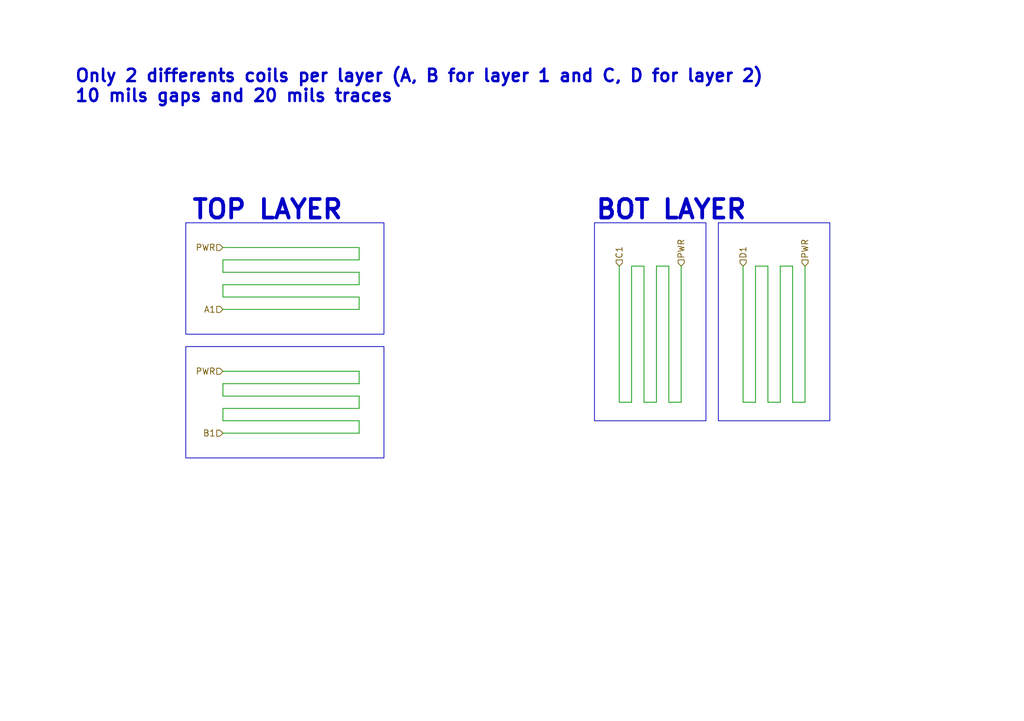
<source format=kicad_sch>
(kicad_sch
	(version 20231120)
	(generator "eeschema")
	(generator_version "8.0")
	(uuid "e56a653c-0a88-47d3-8357-e34fb735c10e")
	(paper "A5")
	(title_block
		(title "Coil module 1")
		(date "2024-06-13")
		(rev "0.1")
		(comment 1 "Jonas Stirnemann")
	)
	(lib_symbols)
	(wire
		(pts
			(xy 160.02 54.61) (xy 162.56 54.61)
		)
		(stroke
			(width 0)
			(type default)
		)
		(uuid "0023539b-99c4-4a5b-8108-d67055551078")
	)
	(wire
		(pts
			(xy 45.72 86.36) (xy 45.72 83.82)
		)
		(stroke
			(width 0)
			(type default)
		)
		(uuid "02c47ba4-4952-41df-a49f-3d02b50c89c0")
	)
	(wire
		(pts
			(xy 132.08 82.55) (xy 134.62 82.55)
		)
		(stroke
			(width 0)
			(type default)
		)
		(uuid "076f2a4c-2707-4482-b55b-b9d99bac612d")
	)
	(wire
		(pts
			(xy 73.66 63.5) (xy 73.66 60.96)
		)
		(stroke
			(width 0)
			(type default)
		)
		(uuid "0888c477-4fb0-44e7-a65e-c5c46ae972fb")
	)
	(wire
		(pts
			(xy 152.4 54.61) (xy 152.4 82.55)
		)
		(stroke
			(width 0)
			(type default)
		)
		(uuid "0969548d-937e-4510-9268-e258ec6b813d")
	)
	(wire
		(pts
			(xy 127 82.55) (xy 129.54 82.55)
		)
		(stroke
			(width 0)
			(type default)
		)
		(uuid "0e549bb1-4666-4d67-bcaf-fd5f8e01891a")
	)
	(wire
		(pts
			(xy 160.02 82.55) (xy 160.02 54.61)
		)
		(stroke
			(width 0)
			(type default)
		)
		(uuid "123c07ac-5916-4090-a8a1-63a18337207a")
	)
	(wire
		(pts
			(xy 134.62 54.61) (xy 137.16 54.61)
		)
		(stroke
			(width 0)
			(type default)
		)
		(uuid "12c7006a-4425-46fb-ab0f-d0b1dbe0233a")
	)
	(wire
		(pts
			(xy 73.66 58.42) (xy 73.66 55.88)
		)
		(stroke
			(width 0)
			(type default)
		)
		(uuid "18e20768-cb7d-4333-b746-41595077bdc2")
	)
	(wire
		(pts
			(xy 73.66 78.74) (xy 73.66 76.2)
		)
		(stroke
			(width 0)
			(type default)
		)
		(uuid "33a2bf07-730e-4bd0-b485-780362144487")
	)
	(wire
		(pts
			(xy 73.66 53.34) (xy 73.66 50.8)
		)
		(stroke
			(width 0)
			(type default)
		)
		(uuid "34feff47-fbc3-4ef9-8503-c8be1267c91f")
	)
	(wire
		(pts
			(xy 45.72 81.28) (xy 45.72 78.74)
		)
		(stroke
			(width 0)
			(type default)
		)
		(uuid "4efb66f9-2242-4576-b8bb-e070aa2fb757")
	)
	(wire
		(pts
			(xy 154.94 82.55) (xy 154.94 54.61)
		)
		(stroke
			(width 0)
			(type default)
		)
		(uuid "5325a4dc-01c9-4174-a592-95b3ec092e68")
	)
	(wire
		(pts
			(xy 127 54.61) (xy 127 82.55)
		)
		(stroke
			(width 0)
			(type default)
		)
		(uuid "546d0e57-3817-4af4-bc1d-603a5039061c")
	)
	(wire
		(pts
			(xy 165.1 82.55) (xy 165.1 54.61)
		)
		(stroke
			(width 0)
			(type default)
		)
		(uuid "591c5445-3cb2-47ee-9744-4a96daee6bac")
	)
	(wire
		(pts
			(xy 45.72 63.5) (xy 73.66 63.5)
		)
		(stroke
			(width 0)
			(type default)
		)
		(uuid "66770b18-e702-45cf-8171-c526eebda848")
	)
	(wire
		(pts
			(xy 45.72 55.88) (xy 45.72 53.34)
		)
		(stroke
			(width 0)
			(type default)
		)
		(uuid "6abc89d0-b2ae-46dc-bcb4-94b7ae352330")
	)
	(wire
		(pts
			(xy 73.66 88.9) (xy 73.66 86.36)
		)
		(stroke
			(width 0)
			(type default)
		)
		(uuid "71a664fa-a859-4a3d-9a59-c385b02a09a1")
	)
	(wire
		(pts
			(xy 45.72 60.96) (xy 45.72 58.42)
		)
		(stroke
			(width 0)
			(type default)
		)
		(uuid "72f32f8b-91ee-4e1a-a61d-32607c4bf675")
	)
	(wire
		(pts
			(xy 73.66 83.82) (xy 73.66 81.28)
		)
		(stroke
			(width 0)
			(type default)
		)
		(uuid "74834acc-54ed-4c5d-8cce-ee2331f3745f")
	)
	(wire
		(pts
			(xy 73.66 76.2) (xy 45.72 76.2)
		)
		(stroke
			(width 0)
			(type default)
		)
		(uuid "764b99c5-67e1-4dc7-be1b-c895c181bfdb")
	)
	(wire
		(pts
			(xy 73.66 50.8) (xy 45.72 50.8)
		)
		(stroke
			(width 0)
			(type default)
		)
		(uuid "78c47789-9b2b-4029-9e25-4e18c0fbf44c")
	)
	(wire
		(pts
			(xy 154.94 54.61) (xy 157.48 54.61)
		)
		(stroke
			(width 0)
			(type default)
		)
		(uuid "844817b2-ea85-426e-9429-7561ddb4ed18")
	)
	(wire
		(pts
			(xy 73.66 55.88) (xy 45.72 55.88)
		)
		(stroke
			(width 0)
			(type default)
		)
		(uuid "8aba123f-9a44-4ca2-aefb-dd0c4f4e2f0c")
	)
	(wire
		(pts
			(xy 45.72 53.34) (xy 73.66 53.34)
		)
		(stroke
			(width 0)
			(type default)
		)
		(uuid "8f441cdb-4d25-4cd2-ad72-5e1b4f331aa2")
	)
	(wire
		(pts
			(xy 45.72 83.82) (xy 73.66 83.82)
		)
		(stroke
			(width 0)
			(type default)
		)
		(uuid "90974d77-0b73-43d2-989c-65b8d90cda9a")
	)
	(wire
		(pts
			(xy 157.48 54.61) (xy 157.48 82.55)
		)
		(stroke
			(width 0)
			(type default)
		)
		(uuid "925d0364-ea9f-4336-ad54-bf07a04c65cf")
	)
	(wire
		(pts
			(xy 73.66 81.28) (xy 45.72 81.28)
		)
		(stroke
			(width 0)
			(type default)
		)
		(uuid "95487127-afc6-4d87-84af-4745ef635c5a")
	)
	(wire
		(pts
			(xy 45.72 88.9) (xy 73.66 88.9)
		)
		(stroke
			(width 0)
			(type default)
		)
		(uuid "9b76b8a1-a718-4f8a-a369-e41a76ef706f")
	)
	(wire
		(pts
			(xy 132.08 54.61) (xy 132.08 82.55)
		)
		(stroke
			(width 0)
			(type default)
		)
		(uuid "a2875019-1847-4cf0-87ce-0e68379853ee")
	)
	(wire
		(pts
			(xy 157.48 82.55) (xy 160.02 82.55)
		)
		(stroke
			(width 0)
			(type default)
		)
		(uuid "a3744e9b-e432-4124-9e65-16c7239e3c80")
	)
	(wire
		(pts
			(xy 134.62 82.55) (xy 134.62 54.61)
		)
		(stroke
			(width 0)
			(type default)
		)
		(uuid "a9668bdf-8aee-47fc-a638-5c9837e03b28")
	)
	(wire
		(pts
			(xy 73.66 60.96) (xy 45.72 60.96)
		)
		(stroke
			(width 0)
			(type default)
		)
		(uuid "b2446a93-63dd-492a-87e3-5268896c8ce6")
	)
	(wire
		(pts
			(xy 129.54 54.61) (xy 132.08 54.61)
		)
		(stroke
			(width 0)
			(type default)
		)
		(uuid "b5333fcd-2ea2-44a9-b2fa-7496024ece5a")
	)
	(wire
		(pts
			(xy 162.56 82.55) (xy 165.1 82.55)
		)
		(stroke
			(width 0)
			(type default)
		)
		(uuid "b76ba036-0ec0-4b15-8447-7aaa7e664cdd")
	)
	(wire
		(pts
			(xy 129.54 82.55) (xy 129.54 54.61)
		)
		(stroke
			(width 0)
			(type default)
		)
		(uuid "c30540e7-167f-4e09-b033-d1be93c11850")
	)
	(wire
		(pts
			(xy 137.16 82.55) (xy 139.7 82.55)
		)
		(stroke
			(width 0)
			(type default)
		)
		(uuid "cb617412-9ada-4409-af3b-1b35c1149980")
	)
	(wire
		(pts
			(xy 139.7 82.55) (xy 139.7 54.61)
		)
		(stroke
			(width 0)
			(type default)
		)
		(uuid "d08cbf8c-8fcd-4eb5-89c4-275a6c93c4ed")
	)
	(wire
		(pts
			(xy 152.4 82.55) (xy 154.94 82.55)
		)
		(stroke
			(width 0)
			(type default)
		)
		(uuid "d329e531-135e-444d-a0da-f509817ea911")
	)
	(wire
		(pts
			(xy 45.72 78.74) (xy 73.66 78.74)
		)
		(stroke
			(width 0)
			(type default)
		)
		(uuid "e710d95d-16ca-4748-ad64-bf062cde6c4f")
	)
	(wire
		(pts
			(xy 162.56 54.61) (xy 162.56 82.55)
		)
		(stroke
			(width 0)
			(type default)
		)
		(uuid "f628f2cc-76c0-42f9-8d03-363d8f2079ed")
	)
	(wire
		(pts
			(xy 45.72 58.42) (xy 73.66 58.42)
		)
		(stroke
			(width 0)
			(type default)
		)
		(uuid "f65af350-cc31-4e0b-b950-41390e49368c")
	)
	(wire
		(pts
			(xy 137.16 54.61) (xy 137.16 82.55)
		)
		(stroke
			(width 0)
			(type default)
		)
		(uuid "fa8a4b15-25dd-42c5-8186-32fcecf08b62")
	)
	(wire
		(pts
			(xy 73.66 86.36) (xy 45.72 86.36)
		)
		(stroke
			(width 0)
			(type default)
		)
		(uuid "fc7a5749-1647-498a-817b-97e54df4a3e6")
	)
	(rectangle
		(start 147.32 45.72)
		(end 170.18 86.36)
		(stroke
			(width 0)
			(type default)
		)
		(fill
			(type none)
		)
		(uuid 654e41cc-917e-4fd6-8f52-b79ea5a77290)
	)
	(rectangle
		(start 121.92 45.72)
		(end 144.78 86.36)
		(stroke
			(width 0)
			(type default)
		)
		(fill
			(type none)
		)
		(uuid 79111ab8-44ff-48ec-ad43-e154539777b9)
	)
	(rectangle
		(start 38.1 71.12)
		(end 78.74 93.98)
		(stroke
			(width 0)
			(type default)
		)
		(fill
			(type none)
		)
		(uuid 80d721d8-3639-4418-913c-23f5e29b152e)
	)
	(rectangle
		(start 38.1 45.72)
		(end 78.74 68.58)
		(stroke
			(width 0)
			(type default)
		)
		(fill
			(type none)
		)
		(uuid ae0333cf-312f-4e9b-9de4-c8a584d2f127)
	)
	(text "Only 2 differents coils per layer (A, B for layer 1 and C, D for layer 2)\n10 mils gaps and 20 mils traces"
		(exclude_from_sim no)
		(at 15.24 17.78 0)
		(effects
			(font
				(size 2.54 2.54)
				(thickness 0.508)
				(bold yes)
			)
			(justify left)
		)
		(uuid "501253a2-9432-40fa-9fea-380d416e25d6")
	)
	(text "TOP LAYER"
		(exclude_from_sim no)
		(at 39.116 43.18 0)
		(effects
			(font
				(size 3.81 3.81)
				(thickness 0.762)
				(bold yes)
			)
			(justify left)
		)
		(uuid "5989a54a-67aa-454d-8b53-8e67fb718093")
	)
	(text "BOT LAYER"
		(exclude_from_sim no)
		(at 121.92 43.18 0)
		(effects
			(font
				(size 3.81 3.81)
				(thickness 0.762)
				(bold yes)
			)
			(justify left)
		)
		(uuid "c3c6c739-e35c-42fe-a615-68372c7f0cd0")
	)
	(hierarchical_label "PWR"
		(shape input)
		(at 165.1 54.61 90)
		(fields_autoplaced yes)
		(effects
			(font
				(size 1.27 1.27)
			)
			(justify left)
		)
		(uuid "037b831e-64af-40b1-a3cd-0007add7fef4")
	)
	(hierarchical_label "C1"
		(shape input)
		(at 127 54.61 90)
		(fields_autoplaced yes)
		(effects
			(font
				(size 1.27 1.27)
			)
			(justify left)
		)
		(uuid "26118aac-e0d1-4232-a9d4-2081165c3b99")
	)
	(hierarchical_label "A1"
		(shape input)
		(at 45.72 63.5 180)
		(fields_autoplaced yes)
		(effects
			(font
				(size 1.27 1.27)
			)
			(justify right)
		)
		(uuid "2b02cb5c-8314-4110-995b-302f2e5174b8")
	)
	(hierarchical_label "PWR"
		(shape input)
		(at 139.7 54.61 90)
		(fields_autoplaced yes)
		(effects
			(font
				(size 1.27 1.27)
			)
			(justify left)
		)
		(uuid "2d050e10-d77f-4653-bba7-3de599d0f093")
	)
	(hierarchical_label "B1"
		(shape input)
		(at 45.72 88.9 180)
		(fields_autoplaced yes)
		(effects
			(font
				(size 1.27 1.27)
			)
			(justify right)
		)
		(uuid "638894df-2960-4204-89c5-8a07965fe2f1")
	)
	(hierarchical_label "PWR"
		(shape input)
		(at 45.72 50.8 180)
		(fields_autoplaced yes)
		(effects
			(font
				(size 1.27 1.27)
			)
			(justify right)
		)
		(uuid "6ead7a34-71a5-45bc-817b-6b07971dc695")
	)
	(hierarchical_label "D1"
		(shape input)
		(at 152.4 54.61 90)
		(fields_autoplaced yes)
		(effects
			(font
				(size 1.27 1.27)
			)
			(justify left)
		)
		(uuid "89c04da0-f1d6-41cc-9db3-39f9c6b30154")
	)
	(hierarchical_label "PWR"
		(shape input)
		(at 45.72 76.2 180)
		(fields_autoplaced yes)
		(effects
			(font
				(size 1.27 1.27)
			)
			(justify right)
		)
		(uuid "fd7ca526-bcc5-4c18-83a8-e84b90935569")
	)
)

</source>
